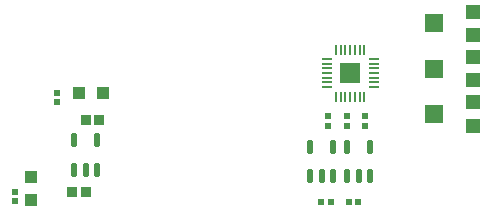
<source format=gbp>
G04*
G04 #@! TF.GenerationSoftware,Altium Limited,Altium Designer,23.1.1 (15)*
G04*
G04 Layer_Color=128*
%FSLAX44Y44*%
%MOMM*%
G71*
G04*
G04 #@! TF.SameCoordinates,B2BF10F3-798A-46CE-9BF2-DF2D7B13E792*
G04*
G04*
G04 #@! TF.FilePolarity,Positive*
G04*
G01*
G75*
%ADD15R,0.5200X0.5200*%
%ADD17R,0.5200X0.5200*%
%ADD26R,1.1000X1.1000*%
%ADD27R,0.5000X0.5500*%
%ADD28R,1.1000X1.1000*%
%ADD30R,0.8578X0.8121*%
G04:AMPARAMS|DCode=31|XSize=1.21mm|YSize=0.59mm|CornerRadius=0.1475mm|HoleSize=0mm|Usage=FLASHONLY|Rotation=90.000|XOffset=0mm|YOffset=0mm|HoleType=Round|Shape=RoundedRectangle|*
%AMROUNDEDRECTD31*
21,1,1.2100,0.2950,0,0,90.0*
21,1,0.9150,0.5900,0,0,90.0*
1,1,0.2950,0.1475,0.4575*
1,1,0.2950,0.1475,-0.4575*
1,1,0.2950,-0.1475,-0.4575*
1,1,0.2950,-0.1475,0.4575*
%
%ADD31ROUNDEDRECTD31*%
%ADD32R,1.5000X1.6000*%
%ADD33R,1.2000X1.2000*%
G04:AMPARAMS|DCode=34|XSize=0.1925mm|YSize=0.8937mm|CornerRadius=0.0962mm|HoleSize=0mm|Usage=FLASHONLY|Rotation=90.000|XOffset=0mm|YOffset=0mm|HoleType=Round|Shape=RoundedRectangle|*
%AMROUNDEDRECTD34*
21,1,0.1925,0.7012,0,0,90.0*
21,1,0.0000,0.8937,0,0,90.0*
1,1,0.1925,0.3506,0.0000*
1,1,0.1925,0.3506,0.0000*
1,1,0.1925,-0.3506,0.0000*
1,1,0.1925,-0.3506,0.0000*
%
%ADD34ROUNDEDRECTD34*%
G04:AMPARAMS|DCode=35|XSize=0.8937mm|YSize=0.1925mm|CornerRadius=0.0962mm|HoleSize=0mm|Usage=FLASHONLY|Rotation=90.000|XOffset=0mm|YOffset=0mm|HoleType=Round|Shape=RoundedRectangle|*
%AMROUNDEDRECTD35*
21,1,0.8937,0.0000,0,0,90.0*
21,1,0.7012,0.1925,0,0,90.0*
1,1,0.1925,0.0000,0.3506*
1,1,0.1925,0.0000,-0.3506*
1,1,0.1925,0.0000,-0.3506*
1,1,0.1925,0.0000,0.3506*
%
%ADD35ROUNDEDRECTD35*%
%ADD36R,0.1925X0.8937*%
%ADD43R,1.7076X1.7076*%
D15*
X903414Y706037D02*
D03*
X911414D02*
D03*
X934654Y706199D02*
D03*
X926654D02*
D03*
D17*
X909219Y770779D02*
D03*
Y778779D02*
D03*
X924921Y770779D02*
D03*
Y778779D02*
D03*
X940624Y770779D02*
D03*
Y778779D02*
D03*
D26*
X658050Y727550D02*
D03*
Y707550D02*
D03*
D27*
X643890Y714950D02*
D03*
Y707450D02*
D03*
X679658Y791270D02*
D03*
Y798770D02*
D03*
D28*
X718660Y798640D02*
D03*
X698660D02*
D03*
D30*
X704158Y775970D02*
D03*
X715702D02*
D03*
X704272Y715010D02*
D03*
X692728D02*
D03*
D31*
X713486Y758398D02*
D03*
X694486D02*
D03*
Y733298D02*
D03*
X703986D02*
D03*
X713486D02*
D03*
X913294Y753039D02*
D03*
X894294D02*
D03*
Y727939D02*
D03*
X903794D02*
D03*
X913294D02*
D03*
X944566Y753039D02*
D03*
X925566D02*
D03*
Y727939D02*
D03*
X935067D02*
D03*
X944566D02*
D03*
D32*
X999043Y780740D02*
D03*
Y819110D02*
D03*
X999087Y857383D02*
D03*
D33*
X1031543Y770740D02*
D03*
Y790740D02*
D03*
Y809110D02*
D03*
Y829110D02*
D03*
X1031587Y847383D02*
D03*
Y867383D02*
D03*
D34*
X908039Y827419D02*
D03*
Y823419D02*
D03*
Y819419D02*
D03*
Y803419D02*
D03*
Y807419D02*
D03*
Y811419D02*
D03*
X947809Y803419D02*
D03*
Y807419D02*
D03*
Y811419D02*
D03*
Y815419D02*
D03*
Y819419D02*
D03*
Y823419D02*
D03*
Y827419D02*
D03*
X908039Y815419D02*
D03*
D35*
X915924Y835304D02*
D03*
Y795534D02*
D03*
X939924Y835304D02*
D03*
X935924D02*
D03*
X931924D02*
D03*
X927924D02*
D03*
X923924D02*
D03*
X919924D02*
D03*
Y795534D02*
D03*
X923924D02*
D03*
X927924D02*
D03*
X931924D02*
D03*
X935924D02*
D03*
D36*
X939924D02*
D03*
D43*
X927924Y815419D02*
D03*
M02*

</source>
